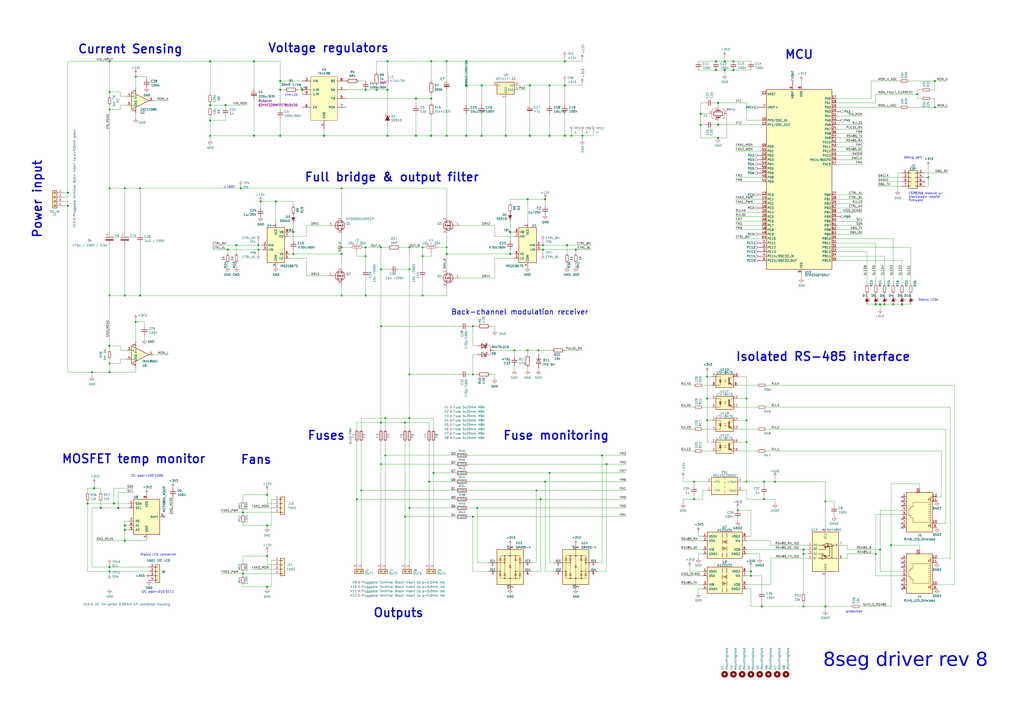
<source format=kicad_sch>
(kicad_sch (version 20230819) (generator eeschema)

  (uuid a4b014d8-050b-4a7a-9077-d2799def17e5)

  (paper "A2")

  

  (junction (at 327.66 78.74) (diameter 1.016) (color 0 0 0 0)
    (uuid 00f422f1-f7f8-45df-931d-5010ff4fc931)
  )
  (junction (at 154.94 287.02) (diameter 0) (color 0 0 0 0)
    (uuid 012f993e-32a7-4364-bac7-db81f6a8a52d)
  )
  (junction (at 259.08 147.32) (diameter 1.016) (color 0 0 0 0)
    (uuid 0320d5ba-1f2a-4dbb-90ec-b8337f7c0078)
  )
  (junction (at 293.37 78.74) (diameter 1.016) (color 0 0 0 0)
    (uuid 035e3df6-a887-424c-8db8-3025c19db82a)
  )
  (junction (at 81.28 109.22) (diameter 0) (color 0 0 0 0)
    (uuid 04379d1c-34c2-4f85-9628-6d7b4d385b04)
  )
  (junction (at 311.15 284.48) (diameter 0) (color 0 0 0 0)
    (uuid 0521cba7-58ba-4404-abc4-97ed796be5e9)
  )
  (junction (at 466.09 351.79) (diameter 0) (color 0 0 0 0)
    (uuid 069a20a2-df52-47f3-b7b5-c90d77e83327)
  )
  (junction (at 443.23 279.4) (diameter 0) (color 0 0 0 0)
    (uuid 08ee1e7a-8d3a-4298-bf77-657ae0db370b)
  )
  (junction (at 147.32 35.56) (diameter 1.016) (color 0 0 0 0)
    (uuid 0903abc9-8580-46a5-a0e4-5ce6a661e2ab)
  )
  (junction (at 443.23 289.56) (diameter 0) (color 0 0 0 0)
    (uuid 09412149-c3d7-42cc-b02a-e8a0a7d26ad1)
  )
  (junction (at 63.5 63.5) (diameter 0) (color 0 0 0 0)
    (uuid 0a2021a7-8eee-457f-a19b-e69bdcddf013)
  )
  (junction (at 72.39 307.34) (diameter 1.016) (color 0 0 0 0)
    (uuid 0ca53f50-b13d-43cb-88af-bf26352ab851)
  )
  (junction (at 140.97 297.18) (diameter 0) (color 0 0 0 0)
    (uuid 0ce4a76c-a77f-4fba-844a-dd70f01d7604)
  )
  (junction (at 441.96 351.79) (diameter 0) (color 0 0 0 0)
    (uuid 0ce6d385-3e5a-40c3-92c9-e41887ea74f1)
  )
  (junction (at 241.3 57.15) (diameter 1.016) (color 0 0 0 0)
    (uuid 0e013a49-ea28-4317-91d8-c846afcf1446)
  )
  (junction (at 327.66 49.53) (diameter 1.016) (color 0 0 0 0)
    (uuid 0ecb41a9-edcd-4167-851b-0a409316af20)
  )
  (junction (at 63.5 109.22) (diameter 0) (color 0 0 0 0)
    (uuid 0f1602c1-b0ae-4d37-8b1a-0f6e7fbd9c01)
  )
  (junction (at 198.12 171.45) (diameter 0) (color 0 0 0 0)
    (uuid 0fa30f14-9242-4c82-8ead-1b5ce9761b9a)
  )
  (junction (at 402.59 289.56) (diameter 0) (color 0 0 0 0)
    (uuid 12f94100-d7e3-4cfb-94ec-6bef0f50d5bd)
  )
  (junction (at 276.86 294.64) (diameter 0) (color 0 0 0 0)
    (uuid 14842aab-327b-4314-ad90-baecb989e3b2)
  )
  (junction (at 250.19 78.74) (diameter 1.016) (color 0 0 0 0)
    (uuid 17438b62-92c5-4c16-8372-5519e17644ba)
  )
  (junction (at 298.45 203.2) (diameter 0) (color 0 0 0 0)
    (uuid 176d78f8-ee33-48e8-8626-c5f4a9ac9253)
  )
  (junction (at 207.01 289.56) (diameter 0) (color 0 0 0 0)
    (uuid 1834741d-cc72-4464-a9e2-2d64b807c3d5)
  )
  (junction (at 314.96 142.24) (diameter 0) (color 0 0 0 0)
    (uuid 188ba6d1-0258-4430-82de-4504640c9221)
  )
  (junction (at 406.4 72.39) (diameter 1.016) (color 0 0 0 0)
    (uuid 197eb893-ab50-430d-9190-6ad4ef716463)
  )
  (junction (at 220.98 245.11) (diameter 0) (color 0 0 0 0)
    (uuid 1d0b64e3-ce82-495b-b6c3-3757b8cbd4df)
  )
  (junction (at 314.96 144.78) (diameter 0) (color 0 0 0 0)
    (uuid 1d5034a5-2105-485a-8f0e-973a0e29ed21)
  )
  (junction (at 121.92 35.56) (diameter 1.016) (color 0 0 0 0)
    (uuid 1d5da22d-f43f-4a8c-b79f-b6a201ab433d)
  )
  (junction (at 54.61 283.21) (diameter 1.016) (color 0 0 0 0)
    (uuid 1eeb059b-acfc-46ea-bb64-a81bc92bb3a3)
  )
  (junction (at 209.55 284.48) (diameter 0) (color 0 0 0 0)
    (uuid 1f925e27-5fda-48a0-8434-49ca60ab828f)
  )
  (junction (at 410.21 231.14) (diameter 0) (color 0 0 0 0)
    (uuid 211d2edf-7005-449f-bc5d-8eca38d8bb6e)
  )
  (junction (at 349.25 264.16) (diameter 0) (color 0 0 0 0)
    (uuid 247960e5-6168-410c-8832-58a49d63dbf0)
  )
  (junction (at 63.5 200.66) (diameter 0) (color 0 0 0 0)
    (uuid 26c973fa-96f3-42b2-a211-ca3d321e1041)
  )
  (junction (at 78.74 44.45) (diameter 0) (color 0 0 0 0)
    (uuid 279f612f-5738-4f20-a535-9958ef780352)
  )
  (junction (at 510.54 176.53) (diameter 1.016) (color 0 0 0 0)
    (uuid 27fcf822-a402-4867-858f-a19ea5819b84)
  )
  (junction (at 130.81 60.96) (diameter 1.016) (color 0 0 0 0)
    (uuid 29d932ac-35b1-4719-b024-fb16ea3d7d64)
  )
  (junction (at 433.07 279.4) (diameter 0) (color 0 0 0 0)
    (uuid 2ba2929e-d82d-40cb-af72-a59d58d33cbc)
  )
  (junction (at 306.07 115.57) (diameter 1.016) (color 0 0 0 0)
    (uuid 2bbf58a4-4126-478e-b296-04cae21d1e49)
  )
  (junction (at 312.42 203.2) (diameter 0) (color 0 0 0 0)
    (uuid 2de04189-82cd-4f64-bb4a-d15b8bda3c3d)
  )
  (junction (at 162.56 78.74) (diameter 1.016) (color 0 0 0 0)
    (uuid 2ef7a379-fc96-409e-86be-72ad614f5c77)
  )
  (junction (at 198.12 147.32) (diameter 1.016) (color 0 0 0 0)
    (uuid 33c966db-50f5-43db-9455-0a2a2c65d44b)
  )
  (junction (at 212.09 148.59) (diameter 0) (color 0 0 0 0)
    (uuid 350628bc-cd1a-40ff-b431-4e7d7c62d68b)
  )
  (junction (at 241.3 78.74) (diameter 1.016) (color 0 0 0 0)
    (uuid 377b7b69-af5e-4cc7-8770-03636f199c92)
  )
  (junction (at 435.61 334.01) (diameter 0) (color 0 0 0 0)
    (uuid 395e6e86-1a94-4bad-896f-145126a7bb00)
  )
  (junction (at 513.08 176.53) (diameter 1.016) (color 0 0 0 0)
    (uuid 3a1e84d6-a87a-4bfb-a2a4-3c6397a7592a)
  )
  (junction (at 237.49 156.21) (diameter 0) (color 0 0 0 0)
    (uuid 3a8f40ae-2e79-4177-9f98-fb8dc7763aba)
  )
  (junction (at 542.29 46.99) (diameter 0) (color 0 0 0 0)
    (uuid 3b5623e9-46f1-4b36-9457-0c0b1018d010)
  )
  (junction (at 137.16 142.24) (diameter 1.016) (color 0 0 0 0)
    (uuid 3ba4cc3b-ceb4-4b38-8b98-08a2715df3eb)
  )
  (junction (at 198.12 109.22) (diameter 0) (color 0 0 0 0)
    (uuid 3ca9dcd0-c320-4a36-9607-4c03daa6a361)
  )
  (junction (at 237.49 294.64) (diameter 0) (color 0 0 0 0)
    (uuid 3d67d638-b1d1-4f98-8a20-8523891ce794)
  )
  (junction (at 518.16 176.53) (diameter 0) (color 0 0 0 0)
    (uuid 3eff19e4-fd72-476a-87b1-b08e7931cbe4)
  )
  (junction (at 237.49 217.17) (diameter 0) (color 0 0 0 0)
    (uuid 3f569de3-d1cf-4267-a849-c01dba18e7e0)
  )
  (junction (at 237.49 143.51) (diameter 0) (color 0 0 0 0)
    (uuid 40689062-8cea-423a-ae91-f37b9b5d6731)
  )
  (junction (at 307.34 78.74) (diameter 1.016) (color 0 0 0 0)
    (uuid 41ab825f-1308-4d4a-91de-7aaf5c5b747f)
  )
  (junction (at 224.79 52.07) (diameter 1.016) (color 0 0 0 0)
    (uuid 423257a9-1cf1-4a26-a368-ae40c8616c22)
  )
  (junction (at 334.01 144.78) (diameter 1.016) (color 0 0 0 0)
    (uuid 442eceee-b445-4cfa-9521-bb7fb466462a)
  )
  (junction (at 270.51 78.74) (diameter 1.016) (color 0 0 0 0)
    (uuid 4467c9c4-0f8b-4288-b7af-6bb921025486)
  )
  (junction (at 274.32 299.72) (diameter 0) (color 0 0 0 0)
    (uuid 449d4f54-e5e1-4c1b-9af7-b10906281ff0)
  )
  (junction (at 270.51 49.53) (diameter 1.016) (color 0 0 0 0)
    (uuid 4a47447e-b34c-4e4b-b428-2f135e8a14ea)
  )
  (junction (at 50.8 292.1) (diameter 1.016) (color 0 0 0 0)
    (uuid 4d19e9f6-2b27-4560-a8a4-871f4ba21385)
  )
  (junction (at 187.96 78.74) (diameter 1.016) (color 0 0 0 0)
    (uuid 4d403375-e327-48a2-a6fd-056a25e40431)
  )
  (junction (at 279.4 49.53) (diameter 1.016) (color 0 0 0 0)
    (uuid 4d7cf408-1fc7-4553-9038-f9c22b416fa2)
  )
  (junction (at 306.07 203.2) (diameter 0) (color 0 0 0 0)
    (uuid 4ed5c65d-270b-421e-a4bb-055283c5e7de)
  )
  (junction (at 68.58 294.64) (diameter 1.016) (color 0 0 0 0)
    (uuid 510b37f1-3e19-48e5-8568-52d428cbdd61)
  )
  (junction (at 318.77 49.53) (diameter 1.016) (color 0 0 0 0)
    (uuid 526dfc45-c0d3-4891-8542-76be0de6756f)
  )
  (junction (at 170.18 147.32) (diameter 0) (color 0 0 0 0)
    (uuid 52f7564e-abff-467f-bf4c-1375dc3072a9)
  )
  (junction (at 220.98 269.24) (diameter 0) (color 0 0 0 0)
    (uuid 532e82dc-c0ff-489c-9093-d0b8f0d2865b)
  )
  (junction (at 259.08 35.56) (diameter 1.016) (color 0 0 0 0)
    (uuid 5358b62b-76e6-4793-ac7f-61586e0c2ec1)
  )
  (junction (at 416.56 72.39) (diameter 1.016) (color 0 0 0 0)
    (uuid 546dfa7f-4b59-408f-b383-761304e2055d)
  )
  (junction (at 449.58 279.4) (diameter 0) (color 0 0 0 0)
    (uuid 56acd9e6-6bf8-4d42-8348-3ddff199d791)
  )
  (junction (at 154.94 322.58) (diameter 0) (color 0 0 0 0)
    (uuid 57985531-8c1b-4c7b-bb5e-6a76fdb87c72)
  )
  (junction (at 170.18 134.62) (diameter 1.016) (color 0 0 0 0)
    (uuid 5924bd5c-a4a5-4953-94e3-24f4618f17dc)
  )
  (junction (at 245.11 143.51) (diameter 0) (color 0 0 0 0)
    (uuid 5a597426-dcd2-4ae1-9a74-aab26e1fd4bb)
  )
  (junction (at 162.56 52.07) (diameter 1.016) (color 0 0 0 0)
    (uuid 5b091244-19d1-4b58-aaf6-db793657a6a4)
  )
  (junction (at 435.61 331.47) (diameter 0) (color 0 0 0 0)
    (uuid 5ef12dd1-8374-4bec-8a76-bfc5aa1498e7)
  )
  (junction (at 327.66 35.56) (diameter 1.016) (color 0 0 0 0)
    (uuid 6112e5e3-5333-4eec-b6e2-b535ee37a2f6)
  )
  (junction (at 151.13 116.84) (diameter 1.016) (color 0 0 0 0)
    (uuid 62499af8-dd25-46ec-90b9-62e3a1422b55)
  )
  (junction (at 245.11 171.45) (diameter 0) (color 0 0 0 0)
    (uuid 62f76d29-36ff-4668-95f2-cae0a59432ba)
  )
  (junction (at 279.4 78.74) (diameter 1.016) (color 0 0 0 0)
    (uuid 66c337d2-b5e0-493e-aac8-3c7c16bef129)
  )
  (junction (at 510.54 318.77) (diameter 0) (color 0 0 0 0)
    (uuid 675cf0ca-6c8e-4c7b-8e7f-87827d484331)
  )
  (junction (at 72.39 313.69) (diameter 1.016) (color 0 0 0 0)
    (uuid 67df6e4b-aea8-4c3c-b09a-0bfc42ca01ba)
  )
  (junction (at 220.98 143.51) (diameter 0) (color 0 0 0 0)
    (uuid 6a3e1dec-9cfc-4b3b-8983-a4237bc395c9)
  )
  (junction (at 542.29 62.23) (diameter 0) (color 0 0 0 0)
    (uuid 6b26881f-f251-4a0d-afad-8a6a4c5835b2)
  )
  (junction (at 420.37 40.64) (diameter 1.016) (color 0 0 0 0)
    (uuid 6f0907ee-51ac-4830-99ce-6f122169ebd5)
  )
  (junction (at 410.21 243.84) (diameter 0) (color 0 0 0 0)
    (uuid 70afe2ac-da0b-4481-b3dc-104bb2f2cf5c)
  )
  (junction (at 149.86 142.24) (diameter 0) (color 0 0 0 0)
    (uuid 71281dfe-3e0b-45d0-a333-5e73a384f7f1)
  )
  (junction (at 406.4 66.04) (diameter 1.016) (color 0 0 0 0)
    (uuid 71b23dd2-c4ff-48b0-b045-1cef4afdd0ba)
  )
  (junction (at 425.45 40.64) (diameter 1.016) (color 0 0 0 0)
    (uuid 726abf46-4c68-4de0-b28d-c64c6f1363ba)
  )
  (junction (at 516.89 316.23) (diameter 0) (color 0 0 0 0)
    (uuid 7277d00c-9c8a-4abe-9268-bce3037f00d5)
  )
  (junction (at 224.79 78.74) (diameter 1.016) (color 0 0 0 0)
    (uuid 74a91f23-026b-488a-8683-941ade4f8419)
  )
  (junction (at 245.11 148.59) (diameter 0) (color 0 0 0 0)
    (uuid 770f518c-7b5d-4e34-9c97-192a6af07510)
  )
  (junction (at 66.04 292.1) (diameter 1.016) (color 0 0 0 0)
    (uuid 7a96add3-47eb-4e25-94c5-098c8c67bd25)
  )
  (junction (at 63.5 171.45) (diameter 0) (color 0 0 0 0)
    (uuid 81a4e56c-4eb9-4431-8b56-198319939bcd)
  )
  (junction (at 140.97 332.74) (diameter 0) (color 0 0 0 0)
    (uuid 836e43a7-d480-4db6-9f2f-3a80a0aa47a2)
  )
  (junction (at 72.39 171.45) (diameter 0) (color 0 0 0 0)
    (uuid 853e9817-75c4-4d86-83fb-795ed1547f0a)
  )
  (junction (at 328.93 142.24) (diameter 1.016) (color 0 0 0 0)
    (uuid 8590b800-13d7-4325-b887-26ccf4d18c5a)
  )
  (junction (at 416.56 80.01) (diameter 1.016) (color 0 0 0 0)
    (uuid 869ab7b5-94ce-4ba4-ac06-f87b4d6a081e)
  )
  (junction (at 523.24 176.53) (diameter 1.016) (color 0 0 0 0)
    (uuid 86c38215-051f-4de4-9483-d96bedd86a9e)
  )
  (junction (at 58.42 294.64) (diameter 1.016) (color 0 0 0 0)
    (uuid 874d7e1c-e18e-482b-9de1-baa9c0166694)
  )
  (junction (at 162.56 46.99) (diameter 1.016) (color 0 0 0 0)
    (uuid 892cf1a6-708d-475a-a57e-f3ba0d9faa64)
  )
  (junction (at 259.08 78.74) (diameter 1.016) (color 0 0 0 0)
    (uuid 894a30af-e630-490e-b8fd-be6ea13ab67c)
  )
  (junction (at 433.07 243.84) (diameter 0) (color 0 0 0 0)
    (uuid 8b2512bd-6d01-48af-8996-f2c66e786165)
  )
  (junction (at 39.37 119.38) (diameter 0) (color 0 0 0 0)
    (uuid 8e747172-0ea1-4712-b328-65d03b784c64)
  )
  (junction (at 295.91 134.62) (diameter 1.016) (color 0 0 0 0)
    (uuid 8f2a842c-a024-4a46-bace-f8363576d461)
  )
  (junction (at 250.19 35.56) (diameter 1.016) (color 0 0 0 0)
    (uuid 90df0114-0305-498a-b67b-e25624694405)
  )
  (junction (at 295.91 147.32) (diameter 1.016) (color 0 0 0 0)
    (uuid 910d03ea-b724-4332-8f3b-1c8ecf717b86)
  )
  (junction (at 316.23 279.4) (diameter 0) (color 0 0 0 0)
    (uuid 93a663b7-3043-419f-83df-3863816aec30)
  )
  (junction (at 433.07 231.14) (diameter 0) (color 0 0 0 0)
    (uuid 955d85a1-7a22-4f8f-a05c-9f5429b0238c)
  )
  (junction (at 259.08 143.51) (diameter 0) (color 0 0 0 0)
    (uuid 9766ca31-408b-4d95-9bad-173ca2b52508)
  )
  (junction (at 508 176.53) (diameter 1.016) (color 0 0 0 0)
    (uuid 9948e0a1-7b24-4486-a82f-1d91da28a292)
  )
  (junction (at 160.02 116.84) (diameter 1.016) (color 0 0 0 0)
    (uuid 9b74b1b8-a079-4f26-86cb-e2d6b81bdb59)
  )
  (junction (at 63.5 210.82) (diameter 0) (color 0 0 0 0)
    (uuid 9e7cc61a-56b6-453e-8aa6-893d4ef70806)
  )
  (junction (at 433.07 256.54) (diameter 0) (color 0 0 0 0)
    (uuid 9f303310-9b7c-44fe-89f1-8117b15280cb)
  )
  (junction (at 212.09 171.45) (diameter 0) (color 0 0 0 0)
    (uuid 9fd16c69-e242-40b5-881e-5108e2dffd86)
  )
  (junction (at 313.69 289.56) (diameter 0) (color 0 0 0 0)
    (uuid a068efa3-0197-423d-85ea-2a33172332e9)
  )
  (junction (at 220.98 189.23) (diameter 0) (color 0 0 0 0)
    (uuid a0980239-c5dc-43ae-9525-17b10080600d)
  )
  (junction (at 425.45 35.56) (diameter 1.016) (color 0 0 0 0)
    (uuid a0dccd9a-c66a-4903-bce0-ac1049d29474)
  )
  (junction (at 337.82 78.74) (diameter 0) (color 0 0 0 0)
    (uuid a38e120c-a809-49df-b048-2e140aefa4d3)
  )
  (junction (at 63.5 35.56) (diameter 0) (color 0 0 0 0)
    (uuid a3cb0cbf-4a8e-4d69-8572-d3f94aa1914f)
  )
  (junction (at 307.34 49.53) (diameter 1.016) (color 0 0 0 0)
    (uuid a71f8055-7cc3-4ed1-937c-85a0c4bc488e)
  )
  (junction (at 63.5 53.34) (diameter 0) (color 0 0 0 0)
    (uuid a7355e16-9c8a-431b-be29-d69b66c861a9)
  )
  (junction (at 508 321.31) (diameter 0) (color 0 0 0 0)
    (uuid aaf32b7e-103d-4091-b100-cde572d9ba2b)
  )
  (junction (at 250.19 57.15) (diameter 1.016) (color 0 0 0 0)
    (uuid ad0b028b-81c5-43f9-a187-cfc93887d452)
  )
  (junction (at 420.37 35.56) (diameter 1.016) (color 0 0 0 0)
    (uuid ad2bb25f-d622-4d87-947a-dc4d94a393ae)
  )
  (junction (at 251.46 274.32) (diameter 0) (color 0 0 0 0)
    (uuid af7c7ec1-94e3-4d38-b902-7ba3a0302c07)
  )
  (junction (at 478.79 351.79) (diameter 1.016) (color 0 0 0 0)
    (uuid af9650c7-e985-4bd4-891a-54a81329d534)
  )
  (junction (at 218.44 52.07) (diameter 1.016) (color 0 0 0 0)
    (uuid afb2050b-873a-4057-a6f5-2f8efbd48ac6)
  )
  (junction (at 72.39 109.22) (diameter 0) (color 0 0 0 0)
    (uuid b06b39fa-4f0b-47fb-a799-12306ff4968d)
  )
  (junction (at 53.34 215.9) (diameter 0) (color 0 0 0 0)
    (uuid b126ed94-7bd0-4572-b20d-765f98e19aec)
  )
  (junction (at 147.32 78.74) (diameter 1.016) (color 0 0 0 0)
    (uuid b458bd04-5ee4-4069-8fb9-5f1984ee02a1)
  )
  (junction (at 121.92 78.74) (diameter 0) (color 0 0 0 0)
    (uuid b64c136f-6323-4973-8aa9-babf10283d05)
  )
  (junction (at 149.86 144.78) (diameter 0) (color 0 0 0 0)
    (uuid b778de3e-44ef-4869-a211-eda8053ebaf9)
  )
  (junction (at 121.92 60.96) (diameter 1.016) (color 0 0 0 0)
    (uuid ba2201e2-6ab3-43df-bed9-9ac88aec6ed9)
  )
  (junction (at 415.29 35.56) (diameter 1.016) (color 0 0 0 0)
    (uuid bfb6e205-4940-46f0-9df4-153f8e1aaa7f)
  )
  (junction (at 154.94 340.36) (diameter 0) (color 0 0 0 0)
    (uuid c26ea32d-7a06-43de-8400-b698bb71c864)
  )
  (junction (at 274.32 189.23) (diameter 0) (color 0 0 0 0)
    (uuid c2bf86a7-2544-42d3-abe9-f753e4ee5a4c)
  )
  (junction (at 132.08 144.78) (diameter 1.016) (color 0 0 0 0)
    (uuid c3127fc8-ab5b-4477-a3d7-4ba0b9c49089)
  )
  (junction (at 154.94 304.8) (diameter 0) (color 0 0 0 0)
    (uuid c38ff2d6-ab8d-41f3-b2b7-7204a3bb22b5)
  )
  (junction (at 63.5 215.9) (diameter 0) (color 0 0 0 0)
    (uuid c3ab4113-ff42-470c-8d9d-2d12cff60d9b)
  )
  (junction (at 274.32 217.17) (diameter 0) (color 0 0 0 0)
    (uuid c66bed68-af8e-477e-800f-414019c70f5b)
  )
  (junction (at 212.09 52.07) (diameter 1.016) (color 0 0 0 0)
    (uuid c66f7e17-4c9b-49ec-a9d9-a26d8d08f351)
  )
  (junction (at 234.95 245.11) (diameter 0) (color 0 0 0 0)
    (uuid cb4f1b11-1dbe-4d19-b898-04b9190468e6)
  )
  (junction (at 466.09 318.77) (diameter 1.016) (color 0 0 0 0)
    (uuid cec8ba27-616e-40a4-90cc-2b3e8fe9ee8b)
  )
  (junction (at 39.37 111.76) (diameter 0) (color 0 0 0 0)
    (uuid cf174f8d-df28-4548-ab42-5fe55500c18c)
  )
  (junction (at 223.52 242.57) (diameter 0) (color 0 0 0 0)
    (uuid d057e042-e88c-4065-be79-b9fde8b880a2)
  )
  (junction (at 318.77 274.32) (diameter 0) (color 0 0 0 0)
    (uuid d0c99083-5802-4737-99a1-08b81c912946)
  )
  (junction (at 175.26 52.07) (diameter 1.016) (color 0 0 0 0)
    (uuid d2f0248d-b920-4443-96ee-1df87eceaf08)
  )
  (junction (at 410.21 218.44) (diameter 0) (color 0 0 0 0)
    (uuid db9f3bd0-8457-4418-afa3-a97048d16f26)
  )
  (junction (at 223.52 264.16) (diameter 0) (color 0 0 0 0)
    (uuid ddcad985-0dcf-4564-9188-98ae104ec895)
  )
  (junction (at 318.77 78.74) (diameter 1.016) (color 0 0 0 0)
    (uuid e00e7a69-7876-4f7f-84a6-70f9097f197d)
  )
  (junction (at 316.23 115.57) (diameter 1.016) (color 0 0 0 0)
    (uuid e0f69eb1-4709-4657-9f74-fb5d17a06ed4)
  )
  (junction (at 78.74 186.69) (diameter 0) (color 0 0 0 0)
    (uuid e3905d6e-0be9-4150-91d9-ddc0525fa162)
  )
  (junction (at 72.39 304.8) (diameter 1.016) (color 0 0 0 0)
    (uuid e3e41faa-8169-4615-a9c9-213c0d620a5e)
  )
  (junction (at 63.5 328.93) (diameter 1.016) (color 0 0 0 0)
    (uuid e48f7b35-32c2-4f21-8f16-b643e635e96e)
  )
  (junction (at 538.48 102.87) (diameter 0) (color 0 0 0 0)
    (uuid e4dcf46d-35ca-4eb8-9f0a-88039139f35a)
  )
  (junction (at 427.99 295.91) (diameter 0) (color 0 0 0 0)
    (uuid e514e1dc-469d-4562-9117-93b82ba8a399)
  )
  (junction (at 402.59 279.4) (diameter 0) (color 0 0 0 0)
    (uuid e518770d-ab41-487d-bbc5-fa94a10ce4f5)
  )
  (junction (at 466.09 321.31) (diameter 0) (color 0 0 0 0)
    (uuid e60a82f4-29b9-480c-8c6f-082dc0ab7f1f)
  )
  (junction (at 63.5 331.47) (diameter 1.016) (color 0 0 0 0)
    (uuid e62ec827-61f3-4a66-8872-be2c46aecf07)
  )
  (junction (at 224.79 35.56) (diameter 1.016) (color 0 0 0 0)
    (uuid e65fb0cc-5624-4d1f-8b10-47d46fc3067e)
  )
  (junction (at 478.79 290.83) (diameter 0) (color 0 0 0 0)
    (uuid e6682cbb-4633-4609-adbd-85b299d46f71)
  )
  (junction (at 212.09 143.51) (diameter 0) (color 0 0 0 0)
    (uuid e6932ae2-dc0c-4f61-95b9-7af407aa076c)
  )
  (junction (at 331.47 78.74) (diameter 0) (color 0 0 0 0)
    (uuid e84358ba-686e-4d0b-ae68-c3f64afa7644)
  )
  (junction (at 237.49 242.57) (diameter 0) (color 0 0 0 0)
    (uuid e88fd037-652e-4edf-8469-f3155c085570)
  )
  (junction (at 416.56 59.69) (diameter 1.016) (color 0 0 0 0)
    (uuid e9036d12-438e-4734-99a1-0bb5aaef2eec)
  )
  (junction (at 270.51 35.56) (diameter 1.016) (color 0 0 0 0)
    (uuid ea126893-85e1-47f7-ab86-95880f835131)
  )
  (junction (at 220.98 156.21) (diameter 0) (color 0 0 0 0)
    (uuid eade7e85-16df-4223-b3a9-b1508e758abd)
  )
  (junction (at 139.7 109.22) (diameter 0) (color 0 0 0 0)
    (uuid efed1ef7-6a76-42b8-8dff-ae36c3d36a15)
  )
  (junction (at 532.13 54.61) (diameter 0) (color 0 0 0 0)
    (uuid f1eaa29b-d971-40a2-b1d4-15c9ba8bd275)
  )
  (junction (at 198.12 143.51) (diameter 0) (color 0 0 0 0)
    (uuid f25eed45-9cff-4bcf-8f75-f4bb2d064bf1)
  )
  (junction (at 248.92 279.4) (diameter 0) (color 0 0 0 0)
    (uuid f34483c7-b692-41df-b9e9-83a81f1651a7)
  )
  (junction (at 415.29 40.64) (diameter 1.016) (color 0 0 0 0)
    (uuid f4a903a9-fcfe-48ab-8d0a-abc0c3179b30)
  )
  (junction (at 81.28 171.45) (diameter 0) (color 0 0 0 0)
    (uuid f93a517d-5210-48e0-b710-c86b68e0eb0e)
  )
  (junction (at 351.79 269.24) (diameter 0) (color 0 0 0 0)
    (uuid f98ee8c4-ccab-4649-9fb5-7133e2dc9eae)
  )
  (junction (at 234.95 299.72) (diameter 0) (color 0 0 0 0)
    (uuid fa056696-dfdf-4a1a-aa20-2a53d63dd2e5)
  )
  (junction (at 121.92 69.85) (diameter 1.016) (color 0 0 0 0)
    (uuid fd27718e-14d1-4dfa-96ae-77db64da4003)
  )

  (no_connect (at 523.24 290.83) (uuid 0525c98b-0dec-46f0-b699-cf9475eeba19))
  (no_connect (at 95.25 299.72) (uuid 46ca69a9-5d31-4bc1-9ced-3c7b116a3036))
  (no_connect (at 523.24 341.63) (uuid 48946b18-b753-4e71-9ee3-e5230a2a902b))
  (no_connect (at 523.24 303.53) (uuid 8c58f85d-95d4-4f58-b4a4-ac4fac049f55))
  (no_connect (at 523.24 306.07) (uuid 9f54a902-0b18-46b9-98ad-c6792cdae6e5))
  (no_connect (at 523.24 328.93) (uuid a46b7c0d-b4fa-47dc-98a5-d5c593c702e2))
  (no_connect (at 523.24 300.99) (uuid afa60920-e327-4b32-a46c-fdf8291c7430))
  (no_connect (at 523.24 323.85) (uuid b13cb89e-237e-45c6-91a5-897be29331f8))
  (no_connect (at 523.24 293.37) (uuid b1f38491-4652-422c-b0da-514a2293ea97))
  (no_connect (at 523.24 288.29) (uuid c53ede21-0cf3-4111-ae02-3c1756ee5063))
  (no_connect (at 523.24 336.55) (uuid ed34b661-daf0-4e2b-bcde-b8cd1cfc0f39))
  (no_connect (at 523.24 326.39) (uuid ee45a50c-ebfd-40d3-9b4b-c2b9bf90055d))
  (no_connect (at 523.24 339.09) (uuid eee60b3c-25b9-475e-a949-38aec09eec65))
  (no_connect (at 535.94 105.41) (uuid ef77bb6b-94ba-436b-ad9f-5fc5cbc010bc))

  (wire (pts (xy 425.45 35.56) (xy 435.61 35.56))
    (stroke (width 0) (type solid))
    (uuid 0125158a-83af-46c8-9c53-40abe6b401a2)
  )
  (wire (pts (xy 516.89 280.67) (xy 516.89 316.23))
    (stroke (width 0) (type solid))
    (uuid 0175a53a-8f58-4956-b5f1-e9666b8aec14)
  )
  (wire (pts (xy 241.3 78.74) (xy 250.19 78.74))
    (stroke (width 0) (type solid))
    (uuid 02ad3fbc-4f36-4004-b97c-1262e0af1410)
  )
  (wire (pts (xy 69.85 210.82) (xy 69.85 208.28))
    (stroke (width 0) (type default))
    (uuid 031fba2e-dd93-4900-afa3-6c360b1d9363)
  )
  (wire (pts (xy 300.99 52.07) (xy 304.8 52.07))
    (stroke (width 0) (type solid))
    (uuid 033d91b2-7700-47d4-9813-cae9e301651e)
  )
  (wire (pts (xy 165.1 52.07) (xy 162.56 52.07))
    (stroke (width 0) (type solid))
    (uuid 039718b7-fa03-431f-b93b-f6449ecff0cf)
  )
  (wire (pts (xy 245.11 148.59) (xy 245.11 156.21))
    (stroke (width 0) (type default))
    (uuid 03eee8c4-5569-457f-b3a9-cea990f0636c)
  )
  (wire (pts (xy 534.67 52.07) (xy 532.13 52.07))
    (stroke (width 0) (type default))
    (uuid 04026016-3474-447c-9724-0e9128046132)
  )
  (wire (pts (xy 314.96 142.24) (xy 328.93 142.24))
    (stroke (width 0) (type solid))
    (uuid 04548d62-d404-4dbf-885d-397fa1450014)
  )
  (wire (pts (xy 68.58 294.64) (xy 58.42 294.64))
    (stroke (width 0) (type solid))
    (uuid 0532c6b3-06b8-49eb-8576-10b05a190a90)
  )
  (wire (pts (xy 400.05 331.47) (xy 407.67 331.47))
    (stroke (width 0) (type default))
    (uuid 057c0cbc-dbc9-4526-835b-46cf3c41bc85)
  )
  (wire (pts (xy 351.79 269.24) (xy 351.79 331.47))
    (stroke (width 0) (type default))
    (uuid 05bc9c14-573a-43f9-ae6a-89228680c3ab)
  )
  (wire (pts (xy 63.5 328.93) (xy 86.36 328.93))
    (stroke (width 0) (type solid))
    (uuid 05d38674-844f-4d26-96a8-fbe915d8031c)
  )
  (wire (pts (xy 223.52 242.57) (xy 223.52 248.92))
    (stroke (width 0) (type default))
    (uuid 06132d43-4050-457c-bde1-965d3cd7944e)
  )
  (wire (pts (xy 69.85 53.34) (xy 63.5 53.34))
    (stroke (width 0) (type default))
    (uuid 067b5c43-4fd9-4094-9167-89dc0c02bfaa)
  )
  (wire (pts (xy 154.94 287.02) (xy 154.94 284.48))
    (stroke (width 0) (type default))
    (uuid 06a28eb9-0714-4132-8dec-388567d1df3b)
  )
  (wire (pts (xy 259.08 171.45) (xy 259.08 166.37))
    (stroke (width 0) (type solid))
    (uuid 070aefd7-d02d-48d1-a2d5-d2f761a52ecb)
  )
  (wire (pts (xy 485.14 90.17) (xy 500.38 90.17))
    (stroke (width 0) (type default))
    (uuid 076b2c7b-42d9-4290-8e12-be7c6687b4b1)
  )
  (wire (pts (xy 139.7 109.22) (xy 198.12 109.22))
    (stroke (width 0) (type default))
    (uuid 07e5f72f-9b63-41fa-ba52-572a2cdebbee)
  )
  (wire (pts (xy 405.13 311.15) (xy 407.67 311.15))
    (stroke (width 0) (type default))
    (uuid 07f70b5e-d3e2-473c-82b1-5b6a3d28b50b)
  )
  (wire (pts (xy 198.12 135.89) (xy 198.12 143.51))
    (stroke (width 0) (type solid))
    (uuid 0908971d-0a3b-4817-9803-29a53fd07749)
  )
  (wire (pts (xy 259.08 46.99) (xy 259.08 35.56))
    (stroke (width 0) (type solid))
    (uuid 093dd22f-3d54-4f90-b915-835042bcb84a)
  )
  (wire (pts (xy 209.55 284.48) (xy 264.16 284.48))
    (stroke (width 0) (type default))
    (uuid 0959fa8d-9220-4008-a51b-bb9e6a4c02d6)
  )
  (wire (pts (xy 154.94 327.66) (xy 154.94 322.58))
    (stroke (width 0) (type default))
    (uuid 0a4a06ab-d6ca-4b15-a719-16c1dfe47734)
  )
  (wire (pts (xy 433.07 289.56) (xy 443.23 289.56))
    (stroke (width 0) (type default))
    (uuid 0ac29e11-12ab-4c46-96db-db8276d5eda5)
  )
  (wire (pts (xy 546.1 288.29) (xy 546.1 261.62))
    (stroke (width 0) (type solid))
    (uuid 0acd6451-ce3c-426b-aea3-4c990ad4e4a9)
  )
  (wire (pts (xy 407.67 223.52) (xy 412.75 223.52))
    (stroke (width 0) (type default))
    (uuid 0acd6478-5b08-4a01-b857-900f30f26ca8)
  )
  (wire (pts (xy 306.07 203.2) (xy 312.42 203.2))
    (stroke (width 0) (type default))
    (uuid 0b7a8689-8d01-4b07-96e3-71de780db8a7)
  )
  (wire (pts (xy 328.93 147.32) (xy 328.93 142.24))
    (stroke (width 0) (type solid))
    (uuid 0b93ea2e-0566-43ca-bf2a-622432378311)
  )
  (wire (pts (xy 427.99 294.64) (xy 427.99 295.91))
    (stroke (width 0) (type default))
    (uuid 0bf0d194-f798-44d7-80aa-0abecb628b36)
  )
  (wire (pts (xy 485.14 62.23) (xy 521.97 62.23))
    (stroke (width 0) (type default))
    (uuid 0c13295e-99db-4533-baa8-d2e52bbceced)
  )
  (wire (pts (xy 394.97 313.69) (xy 407.67 313.69))
    (stroke (width 0) (type default))
    (uuid 0c8275b9-ba39-4689-ac9d-deae68307a32)
  )
  (wire (pts (xy 513.08 176.53) (xy 518.16 176.53))
    (stroke (width 0) (type solid))
    (uuid 0cebc144-945e-4a32-ab17-9a31b1d9ae3c)
  )
  (wire (pts (xy 50.8 283.21) (xy 54.61 283.21))
    (stroke (width 0) (type solid))
    (uuid 0cf786f4-9ec9-4931-a516-37b088a3d637)
  )
  (wire (pts (xy 331.47 77.47) (xy 331.47 78.74))
    (stroke (width 0) (type default))
    (uuid 0d24809d-f93d-4c3b-b002-7cd7276927b6)
  )
  (wire (pts (xy 485.14 80.01) (xy 500.38 80.01))
    (stroke (width 0) (type default))
    (uuid 0d454349-0d0f-427c-9368-fa144754f232)
  )
  (wire (pts (xy 63.5 63.5) (xy 69.85 63.5))
    (stroke (width 0) (type default))
    (uuid 0e335656-eaa1-4e4a-816a-0461f0ebf055)
  )
  (wire (pts (xy 170.18 139.7) (xy 170.18 134.62))
    (stroke (width 0) (type solid))
    (uuid 0ecd8ca8-2bc2-45c5-ad7b-6c09666d3f74)
  )
  (wire (pts (xy 274.32 331.47) (xy 274.32 299.72))
    (stroke (width 0) (type default))
    (uuid 0ed7b107-46f8-40d3-bd8e-ba0e86aaea99)
  )
  (wire (pts (xy 405.13 40.64) (xy 415.29 40.64))
    (stroke (width 0) (type solid))
    (uuid 0f2f0a3c-fba8-4afe-b065-5fc5eab9928a)
  )
  (wire (pts (xy 466.09 321.31) (xy 468.63 321.31))
    (stroke (width 0) (type solid))
    (uuid 0f4cb350-8717-478f-b37e-0f0d5e99ba26)
  )
  (wire (pts (xy 539.75 52.07) (xy 542.29 52.07))
    (stroke (width 0) (type default))
    (uuid 0fa163ac-a571-47b9-a950-875acfe924fb)
  )
  (wire (pts (xy 69.85 203.2) (xy 69.85 200.66))
    (stroke (width 0) (type default))
    (uuid 1032fd79-9290-40e0-986c-46e5ba31d9a4)
  )
  (wire (pts (xy 295.91 128.27) (xy 295.91 134.62))
    (stroke (width 0) (type solid))
    (uuid 108118cd-b53d-45e4-bc19-661872f51c56)
  )
  (wire (pts (xy 137.16 152.4) (xy 137.16 154.94))
    (stroke (width 0) (type solid))
    (uuid 108dffa3-ee94-4f6c-8c9b-8fcc612789ed)
  )
  (wire (pts (xy 485.14 135.89) (xy 500.38 135.89))
    (stroke (width 0) (type default))
    (uuid 113d6b28-daaa-4396-921f-d5474b6fc7e9)
  )
  (wire (pts (xy 220.98 143.51) (xy 220.98 156.21))
    (stroke (width 0) (type default))
    (uuid 114da88a-20fc-4bf7-a411-8ec88f6f74e9)
  )
  (wire (pts (xy 508 54.61) (xy 532.13 54.61))
    (stroke (width 0) (type default))
    (uuid 1190c65c-a56a-4813-86bb-b73c9b38e863)
  )
  (wire (pts (xy 508 176.53) (xy 510.54 176.53))
    (stroke (width 0) (type solid))
    (uuid 12694466-e0eb-4952-a56a-f3bd573ff09d)
  )
  (wire (pts (xy 546.1 288.29) (xy 543.56 288.29))
    (stroke (width 0) (type solid))
    (uuid 126f7227-746c-448e-9226-2736d76e960a)
  )
  (wire (pts (xy 427.99 256.54) (xy 433.07 256.54))
    (stroke (width 0) (type default))
    (uuid 1328cecf-6acc-46f8-bb44-49650c819bff)
  )
  (wire (pts (xy 318.77 78.74) (xy 327.66 78.74))
    (stroke (width 0) (type solid))
    (uuid 133ecb11-56bc-4794-937f-1abf634b7f58)
  )
  (wire (pts (xy 402.59 279.4) (xy 402.59 281.94))
    (stroke (width 0) (type default))
    (uuid 134e4681-2f22-4bfb-bcc5-b0774ba181df)
  )
  (wire (pts (xy 316.23 331.47) (xy 321.31 331.47))
    (stroke (width 0) (type default))
    (uuid 136419d0-e59d-4387-a3ba-048d12922e89)
  )
  (wire (pts (xy 250.19 54.61) (xy 250.19 57.15))
    (stroke (width 0) (type solid))
    (uuid 14d4c963-d162-4ab2-ab1d-1406c8d3fdd3)
  )
  (wire (pts (xy 69.85 208.28) (xy 73.66 208.28))
    (stroke (width 0) (type default))
    (uuid 155fb880-cd5e-4e1a-aab2-46c761e6ded9)
  )
  (wire (pts (xy 485.14 59.69) (xy 508 59.69))
    (stroke (width 0) (type default))
    (uuid 158effc7-5f56-4c6b-a693-ee1e345d88b6)
  )
  (wire (pts (xy 308.61 326.39) (xy 311.15 326.39))
    (stroke (width 0) (type default))
    (uuid 15b8eade-289b-4893-bc0a-170bc7d52355)
  )
  (wire (pts (xy 430.53 279.4) (xy 433.07 279.4))
    (stroke (width 0) (type default))
    (uuid 169350ea-184b-4c0f-a9ac-302ea442f609)
  )
  (wire (pts (xy 207.01 256.54) (xy 207.01 289.56))
    (stroke (width 0) (type default))
    (uuid 17021f3b-05c7-4682-b25e-fcfd63eed2b0)
  )
  (wire (pts (xy 485.14 146.05) (xy 502.92 146.05))
    (stroke (width 0) (type default))
    (uuid 17cd70b5-199f-4461-a781-73169b176b10)
  )
  (wire (pts (xy 508 321.31) (xy 508 334.01))
    (stroke (width 0) (type solid))
    (uuid 18875b23-5fc7-4c2c-98d0-caa3019df76c)
  )
  (wire (pts (xy 318.77 326.39) (xy 321.31 326.39))
    (stroke (width 0) (type default))
    (uuid 18aa113b-1059-456b-95c6-7e1c64664a6f)
  )
  (wire (pts (xy 478.79 290.83) (xy 478.79 306.07))
    (stroke (width 0) (type solid))
    (uuid 18e76ead-72bb-4b33-9ad9-648db4b2dce1)
  )
  (wire (pts (xy 420.37 35.56) (xy 425.45 35.56))
    (stroke (width 0) (type solid))
    (uuid 19386036-f8af-4364-9139-d83f9a7cfeca)
  )
  (wire (pts (xy 78.74 186.69) (xy 78.74 198.12))
    (stroke (width 0) (type default))
    (uuid 19781004-4bb5-45e1-9f75-62026f026f76)
  )
  (wire (pts (xy 427.99 243.84) (xy 433.07 243.84))
    (stroke (width 0) (type default))
    (uuid 1a3b004e-caf0-4311-aad6-aee615184492)
  )
  (wire (pts (xy 100.33 288.29) (xy 100.33 298.45))
    (stroke (width 0) (type solid))
    (uuid 1a50ad5c-6205-4160-ba9c-1bec89ce3fdc)
  )
  (wire (pts (xy 483.87 293.37) (xy 483.87 290.83))
    (stroke (width 0) (type default))
    (uuid 1a6128c7-fd99-4e03-82e2-ea0b187610ce)
  )
  (wire (pts (xy 39.37 119.38) (xy 39.37 215.9))
    (stroke (width 0) (type solid))
    (uuid 1ab5cf08-085f-4177-99eb-607c4ed46be2)
  )
  (wire (pts (xy 85.09 44.45) (xy 85.09 45.72))
    (stroke (width 0) (type default))
    (uuid 1ae384f7-57f4-4c1e-b57c-f9e93adce9e4)
  )
  (wire (pts (xy 426.72 125.73) (xy 441.96 125.73))
    (stroke (width 0) (type default))
    (uuid 1d0e6c24-529d-4e09-8bf9-0c88f569d3e0)
  )
  (wire (pts (xy 248.92 245.11) (xy 248.92 248.92))
    (stroke (width 0) (type default))
    (uuid 1d1bb7ac-274d-4d0c-b694-cbf924df9661)
  )
  (wire (pts (xy 407.67 289.56) (xy 407.67 284.48))
    (stroke (width 0) (type default))
    (uuid 1d47adbf-4e2c-48c3-bea2-54815367415e)
  )
  (wire (pts (xy 535.94 102.87) (xy 538.48 102.87))
    (stroke (width 0) (type default))
    (uuid 1e0cb541-95c2-4d23-9e9e-1434dbbf1075)
  )
  (wire (pts (xy 140.97 322.58) (xy 154.94 322.58))
    (stroke (width 0) (type default))
    (uuid 1e9365fc-097b-4b6d-8a71-fd0bac9bb24e)
  )
  (wire (pts (xy 346.71 331.47) (xy 351.79 331.47))
    (stroke (width 0) (type default))
    (uuid 1ee1fe65-28f1-4b5c-ba74-54ee089e3b03)
  )
  (wire (pts (xy 212.09 148.59) (xy 212.09 156.21))
    (stroke (width 0) (type default))
    (uuid 1f2d32fb-454d-463b-b91a-8691195009e7)
  )
  (wire (pts (xy 407.67 261.62) (xy 412.75 261.62))
    (stroke (width 0) (type default))
    (uuid 1f41c816-d3bd-4464-a124-0bf91987ecfc)
  )
  (wire (pts (xy 406.4 59.69) (xy 406.4 66.04))
    (stroke (width 0) (type solid))
    (uuid 1f9a47d5-2c2c-4476-9ac0-f08877814dc3)
  )
  (wire (pts (xy 72.39 304.8) (xy 72.39 302.26))
    (stroke (width 0) (type solid))
    (uuid 1fdcf579-1f56-4cfe-a366-e3065e5ae496)
  )
  (wire (pts (xy 427.99 231.14) (xy 433.07 231.14))
    (stroke (width 0) (type default))
    (uuid 202a59c1-0230-440b-8af5-14a5e9489c1c)
  )
  (wire (pts (xy 250.19 57.15) (xy 241.3 57.15))
    (stroke (width 0) (type solid))
    (uuid 203836eb-57ed-4622-8ae4-a4649274b56a)
  )
  (wire (pts (xy 318.77 78.74) (xy 307.34 78.74))
    (stroke (width 0) (type solid))
    (uuid 20722d8e-166e-42fc-9fb8-d4ba5dfcce4e)
  )
  (wire (pts (xy 518.16 138.43) (xy 518.16 165.1))
    (stroke (width 0) (type default))
    (uuid 2089f42a-5ae5-4c20-8cf9-7d9d5e318235)
  )
  (wire (pts (xy 66.04 292.1) (xy 74.93 292.1))
    (stroke (width 0) (type solid))
    (uuid 20bb2acd-0728-4eea-aa61-1cd1137853f9)
  )
  (wire (pts (xy 327.66 49.53) (xy 327.66 60.96))
    (stroke (width 0) (type solid))
    (uuid 21234ddc-d704-4bcc-b93b-72912cb07486)
  )
  (wire (pts (xy 245.11 143.51) (xy 245.11 148.59))
    (stroke (width 0) (type default))
    (uuid 2186a132-24d1-465c-9165-2246080290c4)
  )
  (wire (pts (xy 443.23 289.56) (xy 443.23 287.02))
    (stroke (width 0) (type default))
    (uuid 2222f77a-7b72-4194-bf47-b52926721d08)
  )
  (wire (pts (xy 287.02 203.2) (xy 298.45 203.2))
    (stroke (width 0) (type default))
    (uuid 2256f4bd-5e38-404c-8a36-674b4792e662)
  )
  (wire (pts (xy 167.64 137.16) (xy 177.8 137.16))
    (stroke (width 0) (type solid))
    (uuid 22d539b1-aa2d-4126-8313-647b14df815d)
  )
  (wire (pts (xy 212.09 161.29) (xy 212.09 171.45))
    (stroke (width 0) (type default))
    (uuid 22e90ac2-e2be-490f-97aa-7e99bf4bae5d)
  )
  (wire (pts (xy 306.07 213.36) (xy 306.07 214.63))
    (stroke (width 0) (type default))
    (uuid 235ed7f4-2b5f-44e3-953f-6642955b5cfe)
  )
  (wire (pts (xy 327.66 203.2) (xy 337.82 203.2))
    (stroke (width 0) (type default))
    (uuid 239cc700-4489-4af0-8b7f-323f5e1dc241)
  )
  (wire (pts (xy 69.85 55.88) (xy 69.85 53.34))
    (stroke (width 0) (type default))
    (uuid 240349e5-3476-40a1-bd4f-1dad2aafeba5)
  )
  (wire (pts (xy 410.21 215.9) (xy 410.21 218.44))
    (stroke (width 0) (type default))
    (uuid 247b8d44-cdcf-4fd6-ba0c-863ff2a03dbc)
  )
  (wire (pts (xy 78.74 185.42) (xy 78.74 186.69))
    (stroke (width 0) (type default))
    (uuid 24b1eb53-b867-4f2b-a5e9-960bed28e909)
  )
  (wire (pts (xy 149.86 144.78) (xy 149.86 146.05))
    (stroke (width 0) (type default))
    (uuid 24c443e9-36c8-4c0b-9068-ca010cc99b32)
  )
  (wire (pts (xy 245.11 171.45) (xy 259.08 171.45))
    (stroke (width 0) (type default))
    (uuid 2569dd80-11ca-4ad3-a257-faf320252e2b)
  )
  (wire (pts (xy 81.28 109.22) (xy 139.7 109.22))
    (stroke (width 0) (type default))
    (uuid 2827c648-22af-44e4-a870-3fb4f72020f0)
  )
  (wire (pts (xy 295.91 147.32) (xy 295.91 144.78))
    (stroke (width 0) (type solid))
    (uuid 28545e89-5996-44f7-a7c2-435506710854)
  )
  (wire (pts (xy 177.8 130.81) (xy 190.5 130.81))
    (stroke (width 0) (type solid))
    (uuid 2883da6b-707a-42ff-bc47-667e594bdcee)
  )
  (wire (pts (xy 535.94 100.33) (xy 549.91 100.33))
    (stroke (width 0) (type default))
    (uuid 299c69df-b066-4288-8746-a45f7bb6d49e)
  )
  (wire (pts (xy 441.96 351.79) (xy 466.09 351.79))
    (stroke (width 0) (type default))
    (uuid 29abfcb5-4c61-4c4a-997a-000969b87009)
  )
  (wire (pts (xy 485.14 85.09) (xy 500.38 85.09))
    (stroke (width 0) (type default))
    (uuid 29f257fd-3461-4fee-b52a-b04dd2e20273)
  )
  (wire (pts (xy 237.49 256.54) (xy 237.49 294.64))
    (stroke (width 0) (type default))
    (uuid 2a6043d6-da84-4c31-a841-0462c2a2bc7e)
  )
  (wire (pts (xy 250.19 46.99) (xy 250.19 35.56))
    (stroke (width 0) (type solid))
    (uuid 2a8dea25-7f62-46a5-b965-c0339cfba17b)
  )
  (wire (pts (xy 223.52 264.16) (xy 223.52 326.39))
    (stroke (width 0) (type default))
    (uuid 2acea8c2-11f5-4c9a-957f-eaf062956a1b)
  )
  (wire (pts (xy 433.07 334.01) (xy 435.61 334.01))
    (stroke (width 0) (type default))
    (uuid 2c221c10-95c0-40fa-84c5-759f376f0ca2)
  )
  (wire (pts (xy 485.14 72.39) (xy 500.38 72.39))
    (stroke (width 0) (type default))
    (uuid 2c22ee4c-7946-4994-bbea-e823d5a4341f)
  )
  (wire (pts (xy 491.49 316.23) (xy 488.95 316.23))
    (stroke (width 0) (type solid))
    (uuid 2cb2100c-65c6-416d-ab46-a251ba444449)
  )
  (wire (pts (xy 209.55 242.57) (xy 209.55 248.92))
    (stroke (width 0) (type default))
    (uuid 2d450c64-48c4-4d27-8e19-ed71db6f0116)
  )
  (wire (pts (xy 270.51 35.56) (xy 327.66 35.56))
    (stroke (width 0) (type solid))
    (uuid 2d736b78-52e8-4c9f-b4a7-1d6cd6402359)
  )
  (wire (pts (xy 485.14 140.97) (xy 508 140.97))
    (stroke (width 0) (type default))
    (uuid 2dc2729e-0cff-4d17-bb99-00ff077acdc9)
  )
  (wire (pts (xy 250.19 148.59) (xy 245.11 148.59))
    (stroke (width 0) (type default))
    (uuid 2e669fee-b078-4b04-9c36-c7af94b3981a)
  )
  (wire (pts (xy 508 140.97) (xy 508 165.1))
    (stroke (width 0) (type default))
    (uuid 2f398f3e-bacb-459a-8096-a0841c6cb4d0)
  )
  (wire (pts (xy 314.96 144.78) (xy 313.69 144.78))
    (stroke (width 0) (type default))
    (uuid 2f46912b-b16f-4745-826e-7f6fbad092d7)
  )
  (wire (pts (xy 271.78 269.24) (xy 351.79 269.24))
    (stroke (width 0) (type default))
    (uuid 2f5ba1f9-80a4-4730-a4c2-37efd58b2821)
  )
  (wire (pts (xy 466.09 321.31) (xy 466.09 344.17))
    (stroke (width 0) (type solid))
    (uuid 2fe4250b-e951-4b1c-b3a8-74a8f91f7d13)
  )
  (wire (pts (xy 207.01 245.11) (xy 207.01 248.92))
    (stroke (width 0) (type default))
    (uuid 306bc5a3-57ca-477e-a67c-88b41186bb04)
  )
  (wire (pts (xy 344.17 77.47) (xy 344.17 78.74))
    (stroke (width 0) (type default))
    (uuid 3092efcb-0cb3-4993-81f6-181eb1b7767d)
  )
  (wire (pts (xy 121.92 69.85) (xy 121.92 78.74))
    (stroke (width 0) (type solid))
    (uuid 30b01222-0d73-453c-90e6-99610fc12481)
  )
  (wire (pts (xy 276.86 294.64) (xy 363.22 294.64))
    (stroke (width 0) (type default))
    (uuid 30c7c8b7-444d-4037-8f38-0c9024b44f78)
  )
  (wire (pts (xy 209.55 284.48) (xy 209.55 326.39))
    (stroke (width 0) (type default))
    (uuid 3128d0cd-1c6a-4146-bda9-6a48bdbed46a)
  )
  (wire (pts (xy 121.92 35.56) (xy 147.32 35.56))
    (stroke (width 0) (type solid))
    (uuid 3224ee25-6500-407a-b1a9-1825dc32e1b8)
  )
  (wire (pts (xy 410.21 218.44) (xy 410.21 231.14))
    (stroke (width 0) (type default))
    (uuid 324b7988-4451-45b9-8d0c-20e43704809e)
  )
  (wire (pts (xy 63.5 171.45) (xy 63.5 200.66))
    (stroke (width 0) (type solid))
    (uuid 324bb16a-2c1f-4db3-8777-711ad4ad0c1f)
  )
  (wire (pts (xy 532.13 52.07) (xy 532.13 54.61))
    (stroke (width 0) (type default))
    (uuid 32d43f26-f375-4e1c-a74b-41d93e6c4add)
  )
  (wire (pts (xy 274.32 299.72) (xy 363.22 299.72))
    (stroke (width 0) (type default))
    (uuid 333fb207-ef63-47ea-b512-b53cf92f5008)
  )
  (wire (pts (xy 162.56 78.74) (xy 187.96 78.74))
    (stroke (width 0) (type solid))
    (uuid 335c1541-c41a-4865-8038-f9a99210b665)
  )
  (wire (pts (xy 162.56 63.5) (xy 162.56 52.07))
    (stroke (width 0) (type solid))
    (uuid 335f9465-b0a0-4936-8470-00837cf0e156)
  )
  (wire (pts (xy 209.55 242.57) (xy 223.52 242.57))
    (stroke (width 0) (type default))
    (uuid 3381f258-ee86-45d6-878b-fd1055ef74db)
  )
  (wire (pts (xy 427.99 236.22) (xy 439.42 236.22))
    (stroke (width 0) (type default))
    (uuid 343298ee-3d3e-4c2c-ab30-a92a7a05d9e0)
  )
  (wire (pts (xy 426.72 133.35) (xy 441.96 133.35))
    (stroke (width 0) (type default))
    (uuid 347a9bab-bd7e-4bdb-aaa4-6ca6787d5d1f)
  )
  (wire (pts (xy 548.64 303.53) (xy 543.56 303.53))
    (stroke (width 0) (type solid))
    (uuid 34c314dd-9eb9-4539-899f-cdacad3fd098)
  )
  (wire (pts (xy 200.66 52.07) (xy 212.09 52.07))
    (stroke (width 0) (type solid))
    (uuid 3596e6ec-75e7-4e17-b806-7b1bd085d797)
  )
  (wire (pts (xy 508 59.69) (xy 508 54.61))
    (stroke (width 0) (type default))
    (uuid 3627548f-8df4-45a1-8704-19fe55aa039e)
  )
  (wire (pts (xy 396.24 279.4) (xy 402.59 279.4))
    (stroke (width 0) (type default))
    (uuid 367ddf64-490f-4ec2-bea6-5a1ae271a3bf)
  )
  (wire (pts (xy 435.61 311.15) (xy 433.07 311.15))
    (stroke (width 0) (type default))
    (uuid 36821c9d-f6bb-4185-8691-1f09f12916d2)
  )
  (wire (pts (xy 69.85 60.96) (xy 69.85 63.5))
    (stroke (width 0) (type default))
    (uuid 369649aa-4c8d-44e4-a22b-f5bdfa899c2b)
  )
  (wire (pts (xy 39.37 111.76) (xy 39.37 114.3))
    (stroke (width 0) (type solid))
    (uuid 3867d5bb-a7dd-457c-ae13-69bc2d72dcfc)
  )
  (wire (pts (xy 245.11 161.29) (xy 245.11 171.45))
    (stroke (width 0) (type default))
    (uuid 386d628b-bfda-4d98-bfc4-cf242ee4b528)
  )
  (wire (pts (xy 516.89 316.23) (xy 516.89 351.79))
    (stroke (width 0) (type default))
    (uuid 38a6521d-11f3-4d9e-8a4d-e7ef3d028305)
  )
  (wire (pts (xy 510.54 295.91) (xy 510.54 318.77))
    (stroke (width 0) (type solid))
    (uuid 3a790fce-487a-41eb-846d-f5236c9225c7)
  )
  (wire (pts (xy 250.19 146.685) (xy 250.19 148.59))
    (stroke (width 0) (type default))
    (uuid 3a9cf28e-313c-4f25-840f-c7209ea1bc18)
  )
  (wire (pts (xy 162.56 68.58) (xy 162.56 78.74))
    (stroke (width 0) (type solid))
    (uuid 3acedd28-c5ad-4486-b11e-e26ff286f1be)
  )
  (wire (pts (xy 295.91 139.7) (xy 295.91 134.62))
    (stroke (width 0) (type solid))
    (uuid 3bf041ca-aa95-4d73-9568-816469a62bdb)
  )
  (wire (pts (xy 394.97 318.77) (xy 407.67 318.77))
    (stroke (width 0) (type default))
    (uuid 3c19949c-365f-4530-9b80-eae644b4c932)
  )
  (wire (pts (xy 433.07 218.44) (xy 433.07 231.14))
    (stroke (width 0) (type default))
    (uuid 3c6c47a0-6083-4332-a469-f12bef0680a2)
  )
  (wire (pts (xy 254 143.51) (xy 259.08 143.51))
    (stroke (width 0) (type default))
    (uuid 3cb62ded-034b-4d71-b933-4ee755bbb548)
  )
  (wire (pts (xy 318.77 78.74) (xy 318.77 66.04))
    (stroke (width 0) (type solid))
    (uuid 3cd2984f-255f-4b46-9e5e-0ab45f87dd65)
  )
  (wire (pts (xy 394.97 339.09) (xy 407.67 339.09))
    (stroke (width 0) (type default))
    (uuid 3d26cd3d-5cc9-4dcf-b7c6-48ffd8f3689b)
  )
  (wire (pts (xy 140.97 332.74) (xy 140.97 334.01))
    (stroke (width 0) (type default))
    (uuid 3d6ea252-28d2-4889-af23-2f754499fde4)
  )
  (wire (pts (xy 318.77 49.53) (xy 307.34 49.53))
    (stroke (width 0) (type solid))
    (uuid 3d92c617-07ae-4d93-b049-4f502398d919)
  )
  (wire (pts (xy 271.78 189.23) (xy 274.32 189.23))
    (stroke (width 0) (type default))
    (uuid 3da6ee3f-bb4f-4c60-8362-f35dab82e087)
  )
  (wire (pts (xy 396.24 289.56) (xy 402.59 289.56))
    (stroke (width 0) (type default))
    (uuid 3de8f65c-82a8-42a0-a9e6-871fc0cdf77d)
  )
  (wire (pts (xy 307.34 66.04) (xy 307.34 78.74))
    (stroke (width 0) (type solid))
    (uuid 3e46f43e-117b-4201-b55b-60de080c575a)
  )
  (wire (pts (xy 293.37 78.74) (xy 279.4 78.74))
    (stroke (width 0) (type solid))
    (uuid 3eda573e-c79c-4202-adfa-be1124c8759c)
  )
  (wire (pts (xy 160.02 129.54) (xy 160.02 116.84))
    (stroke (width 0) (type solid))
    (uuid 3f48c207-eaf8-435a-986c-75ad1b899330)
  )
  (wire (pts (xy 295.91 115.57) (xy 295.91 118.11))
    (stroke (width 0) (type solid))
    (uuid 3fae7e89-be81-40a3-b77b-650f3c1bc998)
  )
  (wire (pts (xy 158.75 292.1) (xy 154.94 292.1))
    (stroke (width 0) (type default))
    (uuid 4022b25c-a8f3-4e31-bd07-ce733c77bd58)
  )
  (wire (pts (xy 234.95 299.72) (xy 264.16 299.72))
    (stroke (width 0) (type default))
    (uuid 4075c942-2bce-4424-9dbd-d329f52f5f05)
  )
  (wire (pts (xy 485.14 123.19) (xy 500.38 123.19))
    (stroke (width 0) (type default))
    (uuid 40f6938d-90c5-4927-afbf-149a6f030ac8)
  )
  (wire (pts (xy 416.56 72.39) (xy 414.02 72.39))
    (stroke (width 0) (type solid))
    (uuid 419ac7b0-bbbd-4608-aa75-5dcc91fe5936)
  )
  (wire (pts (xy 121.92 35.56) (xy 121.92 54.61))
    (stroke (width 0) (type solid))
    (uuid 41a0ee78-e56e-45ff-af8c-8844b42fe89a)
  )
  (wire (pts (xy 63.5 210.82) (xy 63.5 215.9))
    (stroke (width 0) (type solid))
    (uuid 41dea260-e753-4100-8795-c9dd7e064746)
  )
  (wire (pts (xy 327.66 66.04) (xy 327.66 78.74))
    (stroke (width 0) (type solid))
    (uuid 420b18a8-ada6-45aa-b09f-45b52d9f69c2)
  )
  (wire (pts (xy 274.32 189.23) (xy 274.32 200.66))
    (stroke (width 0) (type default))
    (uuid 4212f240-4c75-41c8-a102-501619a179cd)
  )
  (wire (pts (xy 72.39 302.26) (xy 74.93 302.26))
    (stroke (width 0) (type solid))
    (uuid 422bce8f-e41c-4ea5-b5dc-bc2265800bd7)
  )
  (wire (pts (xy 551.18 323.85) (xy 543.56 323.85))
    (stroke (width 0) (type solid))
    (uuid 42a46df1-ba4b-4e9f-af5e-379ecb5e3abb)
  )
  (wire (pts (xy 440.69 321.31) (xy 440.69 323.85))
    (stroke (width 0) (type default))
    (uuid 42ea71b9-37ae-4798-a981-e334702fe2cb)
  )
  (wire (pts (xy 327.66 48.26) (xy 327.66 49.53))
    (stroke (width 0) (type default))
    (uuid 431e80cf-8c19-4d75-97f0-ce5e37cb81e8)
  )
  (wire (pts (xy 405.13 341.63) (xy 407.67 341.63))
    (stroke (width 0) (type default))
    (uuid 4351da50-19eb-4b20-b09d-4b18e7f55286)
  )
  (wire (pts (xy 415.29 35.56) (xy 420.37 35.56))
    (stroke (width 0) (type solid))
    (uuid 43ccc3fe-40b8-4718-8989-73bd717c4eae)
  )
  (wire (pts (xy 274.32 200.66) (xy 276.86 200.66))
    (stroke (width 0) (type default))
    (uuid 44a9c175-31c2-43f1-a4c0-975e394e6d65)
  )
  (wire (pts (xy 331.47 78.74) (xy 327.66 78.74))
    (stroke (width 0) (type solid))
    (uuid 459c9ba7-5224-4704-803c-c5446370d49a)
  )
  (wire (pts (xy 528.32 171.45) (xy 528.32 170.18))
    (stroke (width 0) (type solid))
    (uuid 4621d05b-e699-465a-963c-52c5fa199ed3)
  )
  (wire (pts (xy 402.59 289.56) (xy 402.59 287.02))
    (stroke (width 0) (type default))
    (uuid 4718ca5a-f1e7-4c2a-970c-0672b68d83bc)
  )
  (wire (pts (xy 285.75 49.53) (xy 279.4 49.53))
    (stroke (width 0) (type solid))
    (uuid 473a27b9-91cb-4fff-8d52-b32221fb2722)
  )
  (wire (pts (xy 316.23 119.38) (xy 316.23 115.57))
    (stroke (width 0) (type solid))
    (uuid 480660a4-2746-49a1-9411-84aff4482dba)
  )
  (wire (pts (xy 316.23 279.4) (xy 316.23 331.47))
    (stroke (width 0) (type default))
    (uuid 4849698b-2ff4-46c0-9d5a-a69b40b82cc8)
  )
  (wire (pts (xy 543.56 339.09) (xy 553.72 339.09))
    (stroke (width 0) (type solid))
    (uuid 49bb5c48-c8d7-47b0-8baa-1f9fa8b9f30f)
  )
  (wire (pts (xy 306.07 129.54) (xy 306.07 115.57))
    (stroke (width 0) (type solid))
    (uuid 4adc605c-9511-40c9-a8fb-03af751ad1c2)
  )
  (wire (pts (xy 137.16 147.32) (xy 137.16 142.24))
    (stroke (width 0) (type solid))
    (uuid 4b31e03b-d27f-40de-be77-82ec1f6dc084)
  )
  (wire (pts (xy 533.4 318.77) (xy 533.4 316.23))
    (stroke (width 0) (type default))
    (uuid 4b4abcbd-53cf-410f-b37c-887d26228e96)
  )
  (wire (pts (xy 314.96 140.97) (xy 314.96 142.24))
    (stroke (width 0) (type default))
    (uuid 4b569ebf-b794-4cc2-9f4d-15a170fc61ad)
  )
  (wire (pts (xy 154.94 306.07) (xy 154.94 304.8))
    (stroke (width 0) (type default))
    (uuid 4c4a7c15-d350-4787-bc55-ea883a6dba5a)
  )
  (wire (pts (xy 311.15 326.39) (xy 311.15 284.48))
    (stroke (width 0) (type default))
    (uuid 4cc39ad4-398f-4f8b-a2b8-a6f5eac6194c)
  )
  (wire (pts (xy 426.72 128.27) (xy 441.96 128.27))
    (stroke (width 0) (type default))
    (uuid 4d1f75e2-0422-45ef-87fb-0ba5f994cde5)
  )
  (wire (pts (xy 132.08 147.32) (xy 132.08 144.78))
    (stroke (width 0) (type solid))
    (uuid 4d34ea60-4636-4910-ab2b-1fae47987134)
  )
  (wire (pts (xy 162.56 46.99) (xy 175.26 46.99))
    (stroke (width 0) (type solid))
    (uuid 4e54f8da-9508-4f47-a344-4b85778edfbe)
  )
  (wire (pts (xy 295.91 134.62) (xy 298.45 134.62))
    (stroke (width 0) (type solid))
    (uuid 4e7607b1-462d-412e-82c3-96b1acb8f0de)
  )
  (wire (pts (xy 220.98 256.54) (xy 220.98 269.24))
    (stroke (width 0) (type default))
    (uuid 4ea397e4-94d0-421f-a7ff-32bf717b2361)
  )
  (wire (pts (xy 271.78 294.64) (xy 276.86 294.64))
    (stroke (width 0) (type default))
    (uuid 4ec15b9a-93c2-4d2b-a2f4-e2cc03d027d9)
  )
  (wire (pts (xy 271.78 279.4) (xy 316.23 279.4))
    (stroke (width 0) (type default))
    (uuid 4f052c6e-de21-46f9-88f8-d64572a01f48)
  )
  (wire (pts (xy 510.54 318.77) (xy 510.54 331.47))
    (stroke (width 0) (type solid))
    (uuid 4f291700-e35c-4a3f-b5bf-6c8c37d23323)
  )
  (wire (pts (xy 426.72 85.09) (xy 441.96 85.09))
    (stroke (width 0) (type default))
    (uuid 4f4a1ce6-00a1-432c-bb3c-8321ac6f9393)
  )
  (wire (pts (xy 259.08 143.51) (xy 259.08 147.32))
    (stroke (width 0) (type solid))
    (uuid 4f725388-2cd0-4d8d-b58b-3ac0e515802e)
  )
  (wire (pts (xy 287.02 137.16) (xy 287.02 130.81))
    (stroke (width 0) (type solid))
    (uuid 4fe78784-2f46-47ee-8bb5-2504d339c4b3)
  )
  (wire (pts (xy 516.89 316.23) (xy 533.4 316.23))
    (stroke (width 0) (type solid))
    (uuid 4ff704c2-4847-4500-988f-2487384c50f8)
  )
  (wire (pts (xy 63.5 35.56) (xy 121.92 35.56))
    (stroke (width 0) (type solid))
    (uuid 503491bc-6212-44ac-9389-c738a992d0e5)
  )
  (wire (pts (xy 63.5 109.22) (xy 72.39 109.22))
    (stroke (width 0) (type default))
    (uuid 509582b3-77e9-4ad4-8d84-e876c0b11efa)
  )
  (wire (pts (xy 259.08 147.32) (xy 295.91 147.32))
    (stroke (width 0) (type solid))
    (uuid 5098a24f-acbf-46a8-acdb-96cc2a5b7938)
  )
  (wire (pts (xy 485.14 95.25) (xy 500.38 95.25))
    (stroke (width 0) (type default))
    (uuid 50c4b62e-79a4-4a8e-80c4-c6cfb50f472f)
  )
  (wire (pts (xy 485.14 87.63) (xy 500.38 87.63))
    (stroke (width 0) (type default))
    (uuid 515a30b7-f31e-4efe-9898-c2ff3d3abec5)
  )
  (wire (pts (xy 210.82 143.51) (xy 212.09 143.51))
    (stroke (width 0) (type default))
    (uuid 5196a3c5-6807-410c-8da0-8893671215b5)
  )
  (wire (pts (xy 318.77 326.39) (xy 318.77 274.32))
    (stroke (width 0) (type default))
    (uuid 51a1ff3d-4aa0-466a-98ff-c453f964ff8e)
  )
  (wire (pts (xy 427.99 261.62) (xy 439.42 261.62))
    (stroke (width 0) (type default))
    (uuid 529ace07-f1b6-4596-a78f-1802158fe9ad)
  )
  (wire (pts (xy 426.72 130.81) (xy 441.96 130.81))
    (stroke (width 0) (type default))
    (uuid 5383e614-ef23-41ef-bebd-6f13af40f9fe)
  )
  (wire (pts (xy 314.96 144.78) (xy 334.01 144.78))
    (stroke (width 0) (type solid))
    (uuid 539f26ac-a237-4097-b43c-64f9782f5ec6)
  )
  (wire (pts (xy 334.01 144.78) (xy 342.9 144.78))
    (stroke (width 0) (type solid))
    (uuid 539f701e-e47f-4767-a0ce-7c3fadfb5d26)
  )
  (wire (pts (xy 234.95 299.72) (xy 234.95 326.39))
    (stroke (width 0) (type default))
    (uuid 53d91f07-831a-4286-8626-c667dae7f52c)
  )
  (wire (pts (xy 337.82 81.28) (xy 337.82 78.74))
    (stroke (width 0) (type solid))
    (uuid 54078ea3-07b4-4161-8e3b-290fff7f21c9)
  )
  (wire (pts (xy 410.21 243.84) (xy 410.21 256.54))
    (stroke (width 0) (type default))
    (uuid 54144daa-e396-42d7-8c7a-035bebf85d9f)
  )
  (wire (pts (xy 237.49 156.21) (xy 237.49 217.17))
    (stroke (width 0) (type default))
    (uuid 54267438-9651-42f2-aae0-28c74453b840)
  )
  (wire (pts (xy 140.97 332.74) (xy 158.75 332.74))
    (stroke (width 0) (type default))
    (uuid 54763496-c3ad-4695-95fd-0eace7f0b4d9)
  )
  (wire (pts (xy 271.78 299.72) (xy 274.32 299.72))
    (stroke (width 0) (type default))
    (uuid 547967ce-4f97-4f80-8b58-38e53852b3b0)
  )
  (wire (pts (xy 50.8 292.1) (xy 50.8 290.83))
    (stroke (width 0) (type solid))
    (uuid 54943900-ec6d-47ca-96d9-50d0ca5f335c)
  )
  (wire (pts (xy 77.47 283.21) (xy 66.04 283.21))
    (stroke (width 0) (type solid))
    (uuid 54fe3780-ccd4-41f3-9381-4487438c4f90)
  )
  (wire (pts (xy 218.44 35.56) (xy 224.79 35.56))
    (stroke (width 0) (type solid))
    (uuid 553e188c-21f4-4bb4-8382-beb90479fee0)
  )
  (wire (pts (xy 527.05 46.99) (xy 542.29 46.99))
    (stroke (width 0) (type default))
    (uuid 5590815f-2370-445e-b43b-f4922080e9b3)
  )
  (wire (pts (xy 63.5 210.82) (xy 69.85 210.82))
    (stroke (width 0) (type default))
    (uuid 560d09e7-7680-4ef8-b4e1-b5c2df52037c)
  )
  (wire (pts (xy 266.7 130.81) (xy 287.02 130.81))
    (stroke (width 0) (type solid))
    (uuid 5617c6c7-0e60-44d9-af6f-a2029b66e185)
  )
  (wire (pts (xy 121.92 78.74) (xy 147.32 78.74))
    (stroke (width 0) (type default))
    (uuid 565eb3ae-7dd1-4bd1-887c-10aa572b81b2)
  )
  (wire (pts (xy 513.08 148.59) (xy 513.08 165.1))
    (stroke (width 0) (type default))
    (uuid 56726d5b-d4a6-4f4b-b565-1eff25aa2a65)
  )
  (wire (pts (xy 270.51 78.74) (xy 259.08 78.74))
    (stroke (width 0) (type solid))
    (uuid 5696ac7b-375c-486c-8dfc-b80a8223e8ff)
  )
  (wire (pts (xy 425.45 40.64) (xy 435.61 40.64))
    (stroke (width 0) (type solid))
    (uuid 56d61ce0-3523-472d-845a-4ee8049ac12e)
  )
  (wire (pts (xy 97.79 58.42) (xy 88.9 58.42))
    (stroke (width 0) (type default))
    (uuid 5760a24e-4896-472e-b4b2-da9ca374244a)
  )
  (wire (pts (xy 420.37 33.02) (xy 420.37 35.56))
    (stroke (width 0) (type solid))
    (uuid 5769aa54-896b-41f8-a848-bc513a8ee3a9)
  )
  (wire (pts (xy 157.48 289.56) (xy 157.48 304.8))
    (stroke (width 0) (type default))
    (uuid 578aae7b-cd49-4d19-9e0f-5a19b6c400cb)
  )
  (wire (pts (xy 146.05 330.2) (xy 158.75 330.2))
    (stroke (width 0) (type default))
    (uuid 57a36bcc-ecdd-4f57-b8a0-4f301171336e)
  )
  (wire (pts (xy 430.53 284.48) (xy 433.07 284.48))
    (stroke (width 0) (type default))
    (uuid 57bd82ac-5c25-4645-b11f-93f53bc5e9c5)
  )
  (wire (pts (xy 130.81 67.31) (xy 130.81 69.85))
    (stroke (width 0) (type solid))
    (uuid 57d5e18c-9ee9-45e7-b6c7-ef92b501895a)
  )
  (wire (pts (xy 485.14 57.15) (xy 505.46 57.15))
    (stroke (width 0) (type default))
    (uuid 581a6a63-36b9-4522-ac25-3c9326d86a95)
  )
  (wire (pts (xy 426.72 138.43) (xy 441.96 138.43))
    (stroke (width 0) (type default))
    (uuid 58568947-8b0d-4901-9bb1-d87e17384dfa)
  )
  (wire (pts (xy 154.94 304.8) (xy 157.48 304.8))
    (stroke (width 0) (type default))
    (uuid 58873908-1126-4578-9a53-d67caa8f0594)
  )
  (wire (pts (xy 154.94 292.1) (xy 154.94 287.02))
    (stroke (width 0) (type default))
    (uuid 59733127-f0ea-44bf-8e9c-a004e3f6437c)
  )
  (wire (pts (xy 237.49 143.51) (xy 237.49 156.21))
    (stroke (width 0) (type default))
    (uuid 597d987d-e8f4-4c0a-81f6-76134f026f91)
  )
  (wire (pts (xy 140.97 331.47) (xy 140.97 332.74))
    (stroke (width 0) (type default))
    (uuid 59cda09a-26eb-4242-ab8a-7bd27f6756a9)
  )
  (wire (pts (xy 402.59 279.4) (xy 410.21 279.4))
    (stroke (width 0) (type default))
    (uuid 5b559377-8a8b-406d-90f8-42cf829e9a6e)
  )
  (wire (pts (xy 121.92 60.96) (xy 121.92 62.23))
    (stroke (width 0) (type solid))
    (uuid 5b9b0429-10a4-438a-afa4-83f9ba8ad7b2)
  )
  (wire (pts (xy 72.39 307.34) (xy 72.39 313.69))
    (stroke (width 0) (type solid))
    (uuid 5bb45055-6794-4ee9-94c0-d3d8c49c372a)
  )
  (wire (pts (xy 271.78 217.17) (xy 274.32 217.17))
    (stroke (width 0) (type default))
    (uuid 5c6d371b-edbc-4d11-a07c-bf3af072072f)
  )
  (wire (pts (xy 81.28 140.97) (xy 81.28 171.45))
    (stroke (width 0) (type default))
    (uuid 5c866daa-40f2-4a2c-8e8e-0bcdfcf4acc2)
  )
  (wire (pts (xy 306.07 205.74) (xy 306.07 203.2))
    (stroke (width 0) (type default))
    (uuid 5cb67836-754a-4e61-8612-56ee49df250f)
  )
  (wire (pts (xy 433.07 318.77) (xy 466.09 318.77))
    (stroke (width 0) (type default))
    (uuid 5d452d6b-5bbd-4b84-8809-994dec2a7140)
  )
  (wire (pts (xy 220.98 245.11) (xy 234.95 245.11))
    (stroke (width 0) (type default))
    (uuid 5d6447cc-94b6-4ebc-978d-1cc9c4c24ed1)
  )
  (wire (pts (xy 177.8 137.16) (xy 177.8 130.81))
    (stroke (width 0) (type solid))
    (uuid 5fe4d9a7-f6c8-4d96-87fe-37f8690b14ee)
  )
  (wire (pts (xy 308.61 331.47) (xy 313.69 331.47))
    (stroke (width 0) (type default))
    (uuid 601ee0cf-d51d-4ab7-933f-01dc6579c29f)
  )
  (wire (pts (xy 68.58 294.64) (xy 74.93 294.64))
    (stroke (width 0) (type solid))
    (uuid 602cbd60-fe56-469c-8d10-a58d13638103)
  )
  (wire (pts (xy 478.79 354.33) (xy 478.79 351.79))
    (stroke (width 0) (type solid))
    (uuid 604c260d-8ef6-4999-840d-2025f6330f57)
  )
  (wire (pts (xy 198.12 109.22) (xy 198.12 125.73))
    (stroke (width 0) (type solid))
    (uuid 60a73443-b433-4f22-a650-2f15ee67d7b6)
  )
  (wire (pts (xy 245.11 143.51) (xy 246.38 143.51))
    (stroke (width 0) (type default))
    (uuid 60f09df5-b84e-4bdc-8c38-e8312b2ae3c6)
  )
  (wire (pts (xy 53.34 328.93) (xy 53.34 294.64))
    (stroke (width 0) (type solid))
    (uuid 615aba91-87d1-4ec2-92fe-9237c211d62e)
  )
  (wire (pts (xy 63.5 200.66) (xy 69.85 200.66))
    (stroke (width 0) (type default))
    (uuid 61603a95-e825-46f1-be3b-4ae55f350464)
  )
  (wire (pts (xy 485.14 120.65) (xy 500.38 120.65))
    (stroke (width 0) (type default))
    (uuid 618dd9a4-d5d3-4177-80a2-05d3cb0c924d)
  )
  (wire (pts (xy 220.98 156.21) (xy 226.06 156.21))
    (stroke (width 0) (type default))
    (uuid 62136e29-0d32-4175-a811-e6f502e88dcb)
  )
  (wire (pts (xy 232.41 143.51) (xy 237.49 143.51))
    (stroke (width 0) (type default))
    (uuid 63514caf-3e
... [393115 chars truncated]
</source>
